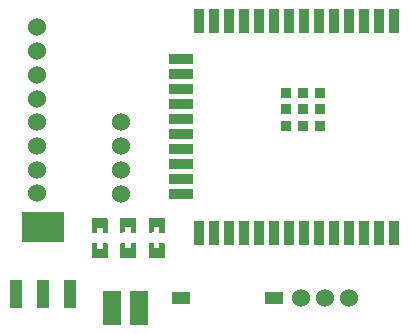
<source format=gtp>
G04 Layer: TopPasteMaskLayer*
G04 EasyEDA v6.5.34, 2023-10-15 23:32:28*
G04 71d41e4822c04cdf8dbe640198561a58,c7e5a72684d24d89a273277b68740de8,10*
G04 Gerber Generator version 0.2*
G04 Scale: 100 percent, Rotated: No, Reflected: No *
G04 Dimensions in millimeters *
G04 leading zeros omitted , absolute positions ,4 integer and 5 decimal *
%FSLAX45Y45*%
%MOMM*%

%AMMACRO1*21,1,$1,$2,0,0,$3*%
%ADD10C,1.5240*%
%ADD11R,1.5240X3.0000*%
%ADD12R,1.5000X1.0000*%
%ADD13R,0.9800X2.4700*%
%ADD14MACRO1,3.6X2.47X0.0000*%
%ADD15R,0.9500X2.1000*%
%ADD16R,2.1000X0.9500*%
%ADD17R,0.9000X0.9000*%

%LPD*%
G36*
X1764792Y-2319223D02*
G01*
X1759813Y-2324201D01*
X1759813Y-2439212D01*
X1764792Y-2444191D01*
X1806803Y-2443683D01*
X1806803Y-2399690D01*
X1851812Y-2399690D01*
X1851812Y-2444699D01*
X1892807Y-2444191D01*
X1897786Y-2439212D01*
X1897786Y-2324201D01*
X1892807Y-2319223D01*
G37*
G36*
X1764792Y-2534208D02*
G01*
X1759813Y-2539187D01*
X1759813Y-2654198D01*
X1764792Y-2659176D01*
X1892807Y-2659176D01*
X1897786Y-2654198D01*
X1897786Y-2539187D01*
X1892807Y-2534208D01*
X1851812Y-2534716D01*
X1851812Y-2578709D01*
X1806803Y-2578709D01*
X1806803Y-2534208D01*
G37*
G36*
X1284224Y-2321712D02*
G01*
X1279194Y-2326690D01*
X1279194Y-2441702D01*
X1284224Y-2446680D01*
X1326184Y-2446223D01*
X1326184Y-2402179D01*
X1371193Y-2402179D01*
X1371193Y-2447188D01*
X1412189Y-2446680D01*
X1417218Y-2441702D01*
X1417218Y-2326690D01*
X1412189Y-2321712D01*
G37*
G36*
X1284224Y-2536698D02*
G01*
X1279194Y-2541676D01*
X1279194Y-2656687D01*
X1284224Y-2661716D01*
X1412189Y-2661716D01*
X1417218Y-2656687D01*
X1417218Y-2541676D01*
X1412189Y-2536698D01*
X1371193Y-2537206D01*
X1371193Y-2581198D01*
X1326184Y-2581198D01*
X1326184Y-2536698D01*
G37*
G36*
X1564487Y-2533700D02*
G01*
X1523492Y-2534208D01*
X1518513Y-2539187D01*
X1518513Y-2654198D01*
X1523492Y-2659227D01*
X1651507Y-2659227D01*
X1656486Y-2654198D01*
X1656486Y-2539187D01*
X1651507Y-2534208D01*
X1609496Y-2534716D01*
X1609496Y-2578709D01*
X1564487Y-2578709D01*
G37*
G36*
X1523492Y-2319223D02*
G01*
X1518513Y-2324201D01*
X1518513Y-2439212D01*
X1523492Y-2444191D01*
X1564487Y-2443683D01*
X1564487Y-2399690D01*
X1609496Y-2399690D01*
X1609496Y-2444191D01*
X1651507Y-2444191D01*
X1656486Y-2439212D01*
X1656486Y-2324201D01*
X1651507Y-2319223D01*
G37*
D10*
G01*
X814247Y-2111400D03*
G01*
X814247Y-1911400D03*
G01*
X814247Y-1711401D03*
G01*
X814247Y-1511401D03*
G01*
X814247Y-1311402D03*
G01*
X814247Y-1111402D03*
G01*
X814247Y-911402D03*
G01*
X814247Y-708202D03*
G01*
X3252647Y-2997200D03*
G01*
X3455847Y-2997200D03*
D11*
G01*
X1447800Y-3086100D03*
G01*
X1676400Y-3086100D03*
D10*
G01*
X3049447Y-2997200D03*
G01*
X1524000Y-1511300D03*
G01*
X1524000Y-1714500D03*
G01*
X1524000Y-1917700D03*
G01*
X1524000Y-2120900D03*
D12*
G01*
X2030704Y-2997200D03*
G01*
X2820695Y-2997200D03*
D13*
G01*
X633602Y-2963189D03*
G01*
X863600Y-2963189D03*
G01*
X1093596Y-2963189D03*
D14*
G01*
X863599Y-2396200D03*
D15*
G01*
X3835400Y-649401D03*
G01*
X3708400Y-649401D03*
G01*
X3581400Y-649401D03*
G01*
X3454400Y-649401D03*
G01*
X3327400Y-649401D03*
G01*
X3200400Y-649401D03*
G01*
X3073400Y-649401D03*
G01*
X2946400Y-649401D03*
G01*
X2819400Y-649401D03*
G01*
X2692400Y-649401D03*
G01*
X2565400Y-649401D03*
G01*
X2438400Y-649401D03*
G01*
X2311400Y-649401D03*
G01*
X2184400Y-649401D03*
D16*
G01*
X2034895Y-977925D03*
G01*
X2034895Y-1104925D03*
G01*
X2034895Y-1231925D03*
G01*
X2034895Y-1358925D03*
G01*
X2034895Y-1485925D03*
G01*
X2034895Y-1612925D03*
G01*
X2034895Y-1739925D03*
G01*
X2034895Y-1866925D03*
G01*
X2034895Y-1993925D03*
G01*
X2034895Y-2120925D03*
D15*
G01*
X2184400Y-2449398D03*
G01*
X2311400Y-2449398D03*
G01*
X2438400Y-2449398D03*
G01*
X2565400Y-2449398D03*
G01*
X2692400Y-2449398D03*
G01*
X2819400Y-2449398D03*
G01*
X2946400Y-2449398D03*
G01*
X3073400Y-2449398D03*
G01*
X3200400Y-2449398D03*
G01*
X3327400Y-2449398D03*
G01*
X3454400Y-2449398D03*
G01*
X3581400Y-2449398D03*
G01*
X3708400Y-2449398D03*
G01*
X3835400Y-2449398D03*
D17*
G01*
X3067304Y-1399387D03*
G01*
X3067304Y-1259408D03*
G01*
X3067304Y-1539392D03*
G01*
X3207308Y-1539392D03*
G01*
X3207308Y-1399413D03*
G01*
X3207308Y-1259408D03*
G01*
X2927299Y-1259408D03*
G01*
X2927299Y-1399413D03*
G01*
X2927299Y-1539392D03*
M02*

</source>
